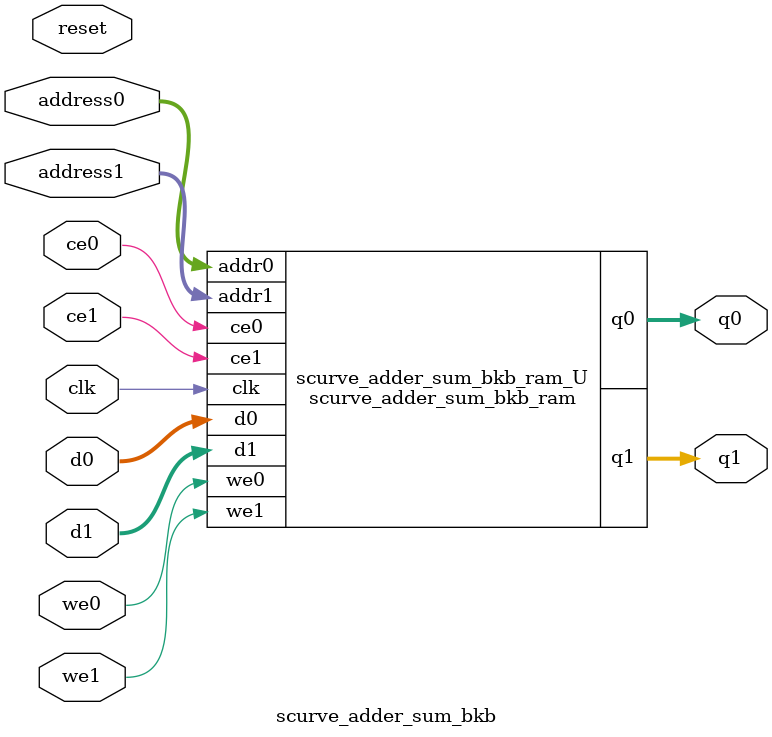
<source format=v>

`timescale 1 ns / 1 ps
module scurve_adder_sum_bkb_ram (addr0, ce0, d0, we0, q0, addr1, ce1, d1, we1, q1,  clk);

parameter DWIDTH = 32;
parameter AWIDTH = 5;
parameter MEM_SIZE = 32;

input[AWIDTH-1:0] addr0;
input ce0;
input[DWIDTH-1:0] d0;
input we0;
output reg[DWIDTH-1:0] q0;
input[AWIDTH-1:0] addr1;
input ce1;
input[DWIDTH-1:0] d1;
input we1;
output reg[DWIDTH-1:0] q1;
input clk;

(* ram_style = "block" *)reg [DWIDTH-1:0] ram[0:MEM_SIZE-1];




always @(posedge clk)  
begin 
    if (ce0) 
    begin
        if (we0) 
        begin 
            ram[addr0] <= d0; 
            q0 <= d0;
        end 
        else 
            q0 <= ram[addr0];
    end
end


always @(posedge clk)  
begin 
    if (ce1) 
    begin
        if (we1) 
        begin 
            ram[addr1] <= d1; 
            q1 <= d1;
        end 
        else 
            q1 <= ram[addr1];
    end
end


endmodule


`timescale 1 ns / 1 ps
module scurve_adder_sum_bkb(
    reset,
    clk,
    address0,
    ce0,
    we0,
    d0,
    q0,
    address1,
    ce1,
    we1,
    d1,
    q1);

parameter DataWidth = 32'd32;
parameter AddressRange = 32'd32;
parameter AddressWidth = 32'd5;
input reset;
input clk;
input[AddressWidth - 1:0] address0;
input ce0;
input we0;
input[DataWidth - 1:0] d0;
output[DataWidth - 1:0] q0;
input[AddressWidth - 1:0] address1;
input ce1;
input we1;
input[DataWidth - 1:0] d1;
output[DataWidth - 1:0] q1;



scurve_adder_sum_bkb_ram scurve_adder_sum_bkb_ram_U(
    .clk( clk ),
    .addr0( address0 ),
    .ce0( ce0 ),
    .d0( d0 ),
    .we0( we0 ),
    .q0( q0 ),
    .addr1( address1 ),
    .ce1( ce1 ),
    .d1( d1 ),
    .we1( we1 ),
    .q1( q1 ));

endmodule


</source>
